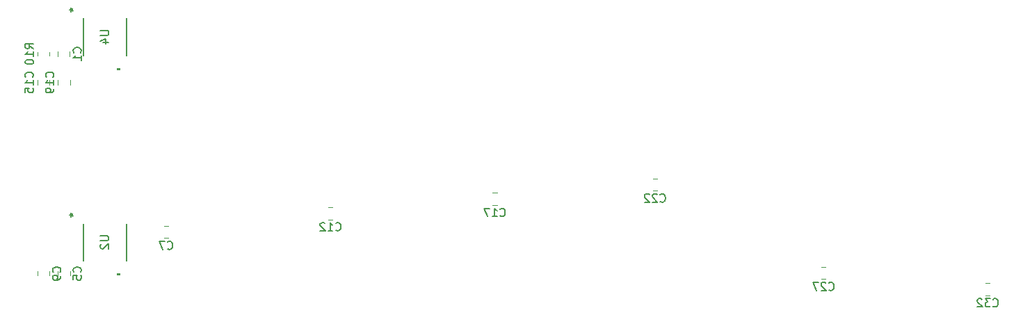
<source format=gbr>
%TF.GenerationSoftware,KiCad,Pcbnew,9.0.3*%
%TF.CreationDate,2025-07-29T17:14:18-05:00*%
%TF.ProjectId,rgb-switch,7267622d-7377-4697-9463-682e6b696361,rev?*%
%TF.SameCoordinates,Original*%
%TF.FileFunction,Legend,Bot*%
%TF.FilePolarity,Positive*%
%FSLAX46Y46*%
G04 Gerber Fmt 4.6, Leading zero omitted, Abs format (unit mm)*
G04 Created by KiCad (PCBNEW 9.0.3) date 2025-07-29 17:14:18*
%MOMM*%
%LPD*%
G01*
G04 APERTURE LIST*
%ADD10C,0.150000*%
%ADD11C,0.120000*%
%ADD12C,0.152400*%
%ADD13C,0.000000*%
G04 APERTURE END LIST*
D10*
X114539580Y-89420833D02*
X114587200Y-89373214D01*
X114587200Y-89373214D02*
X114634819Y-89230357D01*
X114634819Y-89230357D02*
X114634819Y-89135119D01*
X114634819Y-89135119D02*
X114587200Y-88992262D01*
X114587200Y-88992262D02*
X114491961Y-88897024D01*
X114491961Y-88897024D02*
X114396723Y-88849405D01*
X114396723Y-88849405D02*
X114206247Y-88801786D01*
X114206247Y-88801786D02*
X114063390Y-88801786D01*
X114063390Y-88801786D02*
X113872914Y-88849405D01*
X113872914Y-88849405D02*
X113777676Y-88897024D01*
X113777676Y-88897024D02*
X113682438Y-88992262D01*
X113682438Y-88992262D02*
X113634819Y-89135119D01*
X113634819Y-89135119D02*
X113634819Y-89230357D01*
X113634819Y-89230357D02*
X113682438Y-89373214D01*
X113682438Y-89373214D02*
X113730057Y-89420833D01*
X114634819Y-90373214D02*
X114634819Y-89801786D01*
X114634819Y-90087500D02*
X113634819Y-90087500D01*
X113634819Y-90087500D02*
X113777676Y-89992262D01*
X113777676Y-89992262D02*
X113872914Y-89897024D01*
X113872914Y-89897024D02*
X113920533Y-89801786D01*
X205642857Y-118289580D02*
X205690476Y-118337200D01*
X205690476Y-118337200D02*
X205833333Y-118384819D01*
X205833333Y-118384819D02*
X205928571Y-118384819D01*
X205928571Y-118384819D02*
X206071428Y-118337200D01*
X206071428Y-118337200D02*
X206166666Y-118241961D01*
X206166666Y-118241961D02*
X206214285Y-118146723D01*
X206214285Y-118146723D02*
X206261904Y-117956247D01*
X206261904Y-117956247D02*
X206261904Y-117813390D01*
X206261904Y-117813390D02*
X206214285Y-117622914D01*
X206214285Y-117622914D02*
X206166666Y-117527676D01*
X206166666Y-117527676D02*
X206071428Y-117432438D01*
X206071428Y-117432438D02*
X205928571Y-117384819D01*
X205928571Y-117384819D02*
X205833333Y-117384819D01*
X205833333Y-117384819D02*
X205690476Y-117432438D01*
X205690476Y-117432438D02*
X205642857Y-117480057D01*
X205261904Y-117480057D02*
X205214285Y-117432438D01*
X205214285Y-117432438D02*
X205119047Y-117384819D01*
X205119047Y-117384819D02*
X204880952Y-117384819D01*
X204880952Y-117384819D02*
X204785714Y-117432438D01*
X204785714Y-117432438D02*
X204738095Y-117480057D01*
X204738095Y-117480057D02*
X204690476Y-117575295D01*
X204690476Y-117575295D02*
X204690476Y-117670533D01*
X204690476Y-117670533D02*
X204738095Y-117813390D01*
X204738095Y-117813390D02*
X205309523Y-118384819D01*
X205309523Y-118384819D02*
X204690476Y-118384819D01*
X204357142Y-117384819D02*
X203690476Y-117384819D01*
X203690476Y-117384819D02*
X204119047Y-118384819D01*
X116954819Y-86738095D02*
X117764342Y-86738095D01*
X117764342Y-86738095D02*
X117859580Y-86785714D01*
X117859580Y-86785714D02*
X117907200Y-86833333D01*
X117907200Y-86833333D02*
X117954819Y-86928571D01*
X117954819Y-86928571D02*
X117954819Y-87119047D01*
X117954819Y-87119047D02*
X117907200Y-87214285D01*
X117907200Y-87214285D02*
X117859580Y-87261904D01*
X117859580Y-87261904D02*
X117764342Y-87309523D01*
X117764342Y-87309523D02*
X116954819Y-87309523D01*
X117288152Y-88214285D02*
X117954819Y-88214285D01*
X116907200Y-87976190D02*
X117621485Y-87738095D01*
X117621485Y-87738095D02*
X117621485Y-88357142D01*
X113221019Y-84198000D02*
X113459114Y-84198000D01*
X113363876Y-83959905D02*
X113459114Y-84198000D01*
X113459114Y-84198000D02*
X113363876Y-84436095D01*
X113649590Y-84055143D02*
X113459114Y-84198000D01*
X113459114Y-84198000D02*
X113649590Y-84340857D01*
X113221019Y-84198000D02*
X113459114Y-84198000D01*
X113363876Y-83959905D02*
X113459114Y-84198000D01*
X113459114Y-84198000D02*
X113363876Y-84436095D01*
X113649590Y-84055143D02*
X113459114Y-84198000D01*
X113459114Y-84198000D02*
X113649590Y-84340857D01*
X114549580Y-116150604D02*
X114597200Y-116102985D01*
X114597200Y-116102985D02*
X114644819Y-115960128D01*
X114644819Y-115960128D02*
X114644819Y-115864890D01*
X114644819Y-115864890D02*
X114597200Y-115722033D01*
X114597200Y-115722033D02*
X114501961Y-115626795D01*
X114501961Y-115626795D02*
X114406723Y-115579176D01*
X114406723Y-115579176D02*
X114216247Y-115531557D01*
X114216247Y-115531557D02*
X114073390Y-115531557D01*
X114073390Y-115531557D02*
X113882914Y-115579176D01*
X113882914Y-115579176D02*
X113787676Y-115626795D01*
X113787676Y-115626795D02*
X113692438Y-115722033D01*
X113692438Y-115722033D02*
X113644819Y-115864890D01*
X113644819Y-115864890D02*
X113644819Y-115960128D01*
X113644819Y-115960128D02*
X113692438Y-116102985D01*
X113692438Y-116102985D02*
X113740057Y-116150604D01*
X113644819Y-117055366D02*
X113644819Y-116579176D01*
X113644819Y-116579176D02*
X114121009Y-116531557D01*
X114121009Y-116531557D02*
X114073390Y-116579176D01*
X114073390Y-116579176D02*
X114025771Y-116674414D01*
X114025771Y-116674414D02*
X114025771Y-116912509D01*
X114025771Y-116912509D02*
X114073390Y-117007747D01*
X114073390Y-117007747D02*
X114121009Y-117055366D01*
X114121009Y-117055366D02*
X114216247Y-117102985D01*
X114216247Y-117102985D02*
X114454342Y-117102985D01*
X114454342Y-117102985D02*
X114549580Y-117055366D01*
X114549580Y-117055366D02*
X114597200Y-117007747D01*
X114597200Y-117007747D02*
X114644819Y-116912509D01*
X114644819Y-116912509D02*
X114644819Y-116674414D01*
X114644819Y-116674414D02*
X114597200Y-116579176D01*
X114597200Y-116579176D02*
X114549580Y-116531557D01*
X108679580Y-92407142D02*
X108727200Y-92359523D01*
X108727200Y-92359523D02*
X108774819Y-92216666D01*
X108774819Y-92216666D02*
X108774819Y-92121428D01*
X108774819Y-92121428D02*
X108727200Y-91978571D01*
X108727200Y-91978571D02*
X108631961Y-91883333D01*
X108631961Y-91883333D02*
X108536723Y-91835714D01*
X108536723Y-91835714D02*
X108346247Y-91788095D01*
X108346247Y-91788095D02*
X108203390Y-91788095D01*
X108203390Y-91788095D02*
X108012914Y-91835714D01*
X108012914Y-91835714D02*
X107917676Y-91883333D01*
X107917676Y-91883333D02*
X107822438Y-91978571D01*
X107822438Y-91978571D02*
X107774819Y-92121428D01*
X107774819Y-92121428D02*
X107774819Y-92216666D01*
X107774819Y-92216666D02*
X107822438Y-92359523D01*
X107822438Y-92359523D02*
X107870057Y-92407142D01*
X108774819Y-93359523D02*
X108774819Y-92788095D01*
X108774819Y-93073809D02*
X107774819Y-93073809D01*
X107774819Y-93073809D02*
X107917676Y-92978571D01*
X107917676Y-92978571D02*
X108012914Y-92883333D01*
X108012914Y-92883333D02*
X108060533Y-92788095D01*
X107774819Y-94264285D02*
X107774819Y-93788095D01*
X107774819Y-93788095D02*
X108251009Y-93740476D01*
X108251009Y-93740476D02*
X108203390Y-93788095D01*
X108203390Y-93788095D02*
X108155771Y-93883333D01*
X108155771Y-93883333D02*
X108155771Y-94121428D01*
X108155771Y-94121428D02*
X108203390Y-94216666D01*
X108203390Y-94216666D02*
X108251009Y-94264285D01*
X108251009Y-94264285D02*
X108346247Y-94311904D01*
X108346247Y-94311904D02*
X108584342Y-94311904D01*
X108584342Y-94311904D02*
X108679580Y-94264285D01*
X108679580Y-94264285D02*
X108727200Y-94216666D01*
X108727200Y-94216666D02*
X108774819Y-94121428D01*
X108774819Y-94121428D02*
X108774819Y-93883333D01*
X108774819Y-93883333D02*
X108727200Y-93788095D01*
X108727200Y-93788095D02*
X108679580Y-93740476D01*
X225617857Y-120289580D02*
X225665476Y-120337200D01*
X225665476Y-120337200D02*
X225808333Y-120384819D01*
X225808333Y-120384819D02*
X225903571Y-120384819D01*
X225903571Y-120384819D02*
X226046428Y-120337200D01*
X226046428Y-120337200D02*
X226141666Y-120241961D01*
X226141666Y-120241961D02*
X226189285Y-120146723D01*
X226189285Y-120146723D02*
X226236904Y-119956247D01*
X226236904Y-119956247D02*
X226236904Y-119813390D01*
X226236904Y-119813390D02*
X226189285Y-119622914D01*
X226189285Y-119622914D02*
X226141666Y-119527676D01*
X226141666Y-119527676D02*
X226046428Y-119432438D01*
X226046428Y-119432438D02*
X225903571Y-119384819D01*
X225903571Y-119384819D02*
X225808333Y-119384819D01*
X225808333Y-119384819D02*
X225665476Y-119432438D01*
X225665476Y-119432438D02*
X225617857Y-119480057D01*
X225284523Y-119384819D02*
X224665476Y-119384819D01*
X224665476Y-119384819D02*
X224998809Y-119765771D01*
X224998809Y-119765771D02*
X224855952Y-119765771D01*
X224855952Y-119765771D02*
X224760714Y-119813390D01*
X224760714Y-119813390D02*
X224713095Y-119861009D01*
X224713095Y-119861009D02*
X224665476Y-119956247D01*
X224665476Y-119956247D02*
X224665476Y-120194342D01*
X224665476Y-120194342D02*
X224713095Y-120289580D01*
X224713095Y-120289580D02*
X224760714Y-120337200D01*
X224760714Y-120337200D02*
X224855952Y-120384819D01*
X224855952Y-120384819D02*
X225141666Y-120384819D01*
X225141666Y-120384819D02*
X225236904Y-120337200D01*
X225236904Y-120337200D02*
X225284523Y-120289580D01*
X224284523Y-119480057D02*
X224236904Y-119432438D01*
X224236904Y-119432438D02*
X224141666Y-119384819D01*
X224141666Y-119384819D02*
X223903571Y-119384819D01*
X223903571Y-119384819D02*
X223808333Y-119432438D01*
X223808333Y-119432438D02*
X223760714Y-119480057D01*
X223760714Y-119480057D02*
X223713095Y-119575295D01*
X223713095Y-119575295D02*
X223713095Y-119670533D01*
X223713095Y-119670533D02*
X223760714Y-119813390D01*
X223760714Y-119813390D02*
X224332142Y-120384819D01*
X224332142Y-120384819D02*
X223713095Y-120384819D01*
X145617857Y-111039580D02*
X145665476Y-111087200D01*
X145665476Y-111087200D02*
X145808333Y-111134819D01*
X145808333Y-111134819D02*
X145903571Y-111134819D01*
X145903571Y-111134819D02*
X146046428Y-111087200D01*
X146046428Y-111087200D02*
X146141666Y-110991961D01*
X146141666Y-110991961D02*
X146189285Y-110896723D01*
X146189285Y-110896723D02*
X146236904Y-110706247D01*
X146236904Y-110706247D02*
X146236904Y-110563390D01*
X146236904Y-110563390D02*
X146189285Y-110372914D01*
X146189285Y-110372914D02*
X146141666Y-110277676D01*
X146141666Y-110277676D02*
X146046428Y-110182438D01*
X146046428Y-110182438D02*
X145903571Y-110134819D01*
X145903571Y-110134819D02*
X145808333Y-110134819D01*
X145808333Y-110134819D02*
X145665476Y-110182438D01*
X145665476Y-110182438D02*
X145617857Y-110230057D01*
X144665476Y-111134819D02*
X145236904Y-111134819D01*
X144951190Y-111134819D02*
X144951190Y-110134819D01*
X144951190Y-110134819D02*
X145046428Y-110277676D01*
X145046428Y-110277676D02*
X145141666Y-110372914D01*
X145141666Y-110372914D02*
X145236904Y-110420533D01*
X144284523Y-110230057D02*
X144236904Y-110182438D01*
X144236904Y-110182438D02*
X144141666Y-110134819D01*
X144141666Y-110134819D02*
X143903571Y-110134819D01*
X143903571Y-110134819D02*
X143808333Y-110182438D01*
X143808333Y-110182438D02*
X143760714Y-110230057D01*
X143760714Y-110230057D02*
X143713095Y-110325295D01*
X143713095Y-110325295D02*
X143713095Y-110420533D01*
X143713095Y-110420533D02*
X143760714Y-110563390D01*
X143760714Y-110563390D02*
X144332142Y-111134819D01*
X144332142Y-111134819D02*
X143713095Y-111134819D01*
X185117857Y-107539580D02*
X185165476Y-107587200D01*
X185165476Y-107587200D02*
X185308333Y-107634819D01*
X185308333Y-107634819D02*
X185403571Y-107634819D01*
X185403571Y-107634819D02*
X185546428Y-107587200D01*
X185546428Y-107587200D02*
X185641666Y-107491961D01*
X185641666Y-107491961D02*
X185689285Y-107396723D01*
X185689285Y-107396723D02*
X185736904Y-107206247D01*
X185736904Y-107206247D02*
X185736904Y-107063390D01*
X185736904Y-107063390D02*
X185689285Y-106872914D01*
X185689285Y-106872914D02*
X185641666Y-106777676D01*
X185641666Y-106777676D02*
X185546428Y-106682438D01*
X185546428Y-106682438D02*
X185403571Y-106634819D01*
X185403571Y-106634819D02*
X185308333Y-106634819D01*
X185308333Y-106634819D02*
X185165476Y-106682438D01*
X185165476Y-106682438D02*
X185117857Y-106730057D01*
X184736904Y-106730057D02*
X184689285Y-106682438D01*
X184689285Y-106682438D02*
X184594047Y-106634819D01*
X184594047Y-106634819D02*
X184355952Y-106634819D01*
X184355952Y-106634819D02*
X184260714Y-106682438D01*
X184260714Y-106682438D02*
X184213095Y-106730057D01*
X184213095Y-106730057D02*
X184165476Y-106825295D01*
X184165476Y-106825295D02*
X184165476Y-106920533D01*
X184165476Y-106920533D02*
X184213095Y-107063390D01*
X184213095Y-107063390D02*
X184784523Y-107634819D01*
X184784523Y-107634819D02*
X184165476Y-107634819D01*
X183784523Y-106730057D02*
X183736904Y-106682438D01*
X183736904Y-106682438D02*
X183641666Y-106634819D01*
X183641666Y-106634819D02*
X183403571Y-106634819D01*
X183403571Y-106634819D02*
X183308333Y-106682438D01*
X183308333Y-106682438D02*
X183260714Y-106730057D01*
X183260714Y-106730057D02*
X183213095Y-106825295D01*
X183213095Y-106825295D02*
X183213095Y-106920533D01*
X183213095Y-106920533D02*
X183260714Y-107063390D01*
X183260714Y-107063390D02*
X183832142Y-107634819D01*
X183832142Y-107634819D02*
X183213095Y-107634819D01*
X108804819Y-88944642D02*
X108328628Y-88611309D01*
X108804819Y-88373214D02*
X107804819Y-88373214D01*
X107804819Y-88373214D02*
X107804819Y-88754166D01*
X107804819Y-88754166D02*
X107852438Y-88849404D01*
X107852438Y-88849404D02*
X107900057Y-88897023D01*
X107900057Y-88897023D02*
X107995295Y-88944642D01*
X107995295Y-88944642D02*
X108138152Y-88944642D01*
X108138152Y-88944642D02*
X108233390Y-88897023D01*
X108233390Y-88897023D02*
X108281009Y-88849404D01*
X108281009Y-88849404D02*
X108328628Y-88754166D01*
X108328628Y-88754166D02*
X108328628Y-88373214D01*
X108804819Y-89897023D02*
X108804819Y-89325595D01*
X108804819Y-89611309D02*
X107804819Y-89611309D01*
X107804819Y-89611309D02*
X107947676Y-89516071D01*
X107947676Y-89516071D02*
X108042914Y-89420833D01*
X108042914Y-89420833D02*
X108090533Y-89325595D01*
X107804819Y-90516071D02*
X107804819Y-90611309D01*
X107804819Y-90611309D02*
X107852438Y-90706547D01*
X107852438Y-90706547D02*
X107900057Y-90754166D01*
X107900057Y-90754166D02*
X107995295Y-90801785D01*
X107995295Y-90801785D02*
X108185771Y-90849404D01*
X108185771Y-90849404D02*
X108423866Y-90849404D01*
X108423866Y-90849404D02*
X108614342Y-90801785D01*
X108614342Y-90801785D02*
X108709580Y-90754166D01*
X108709580Y-90754166D02*
X108757200Y-90706547D01*
X108757200Y-90706547D02*
X108804819Y-90611309D01*
X108804819Y-90611309D02*
X108804819Y-90516071D01*
X108804819Y-90516071D02*
X108757200Y-90420833D01*
X108757200Y-90420833D02*
X108709580Y-90373214D01*
X108709580Y-90373214D02*
X108614342Y-90325595D01*
X108614342Y-90325595D02*
X108423866Y-90277976D01*
X108423866Y-90277976D02*
X108185771Y-90277976D01*
X108185771Y-90277976D02*
X107995295Y-90325595D01*
X107995295Y-90325595D02*
X107900057Y-90373214D01*
X107900057Y-90373214D02*
X107852438Y-90420833D01*
X107852438Y-90420833D02*
X107804819Y-90516071D01*
X125141666Y-113289580D02*
X125189285Y-113337200D01*
X125189285Y-113337200D02*
X125332142Y-113384819D01*
X125332142Y-113384819D02*
X125427380Y-113384819D01*
X125427380Y-113384819D02*
X125570237Y-113337200D01*
X125570237Y-113337200D02*
X125665475Y-113241961D01*
X125665475Y-113241961D02*
X125713094Y-113146723D01*
X125713094Y-113146723D02*
X125760713Y-112956247D01*
X125760713Y-112956247D02*
X125760713Y-112813390D01*
X125760713Y-112813390D02*
X125713094Y-112622914D01*
X125713094Y-112622914D02*
X125665475Y-112527676D01*
X125665475Y-112527676D02*
X125570237Y-112432438D01*
X125570237Y-112432438D02*
X125427380Y-112384819D01*
X125427380Y-112384819D02*
X125332142Y-112384819D01*
X125332142Y-112384819D02*
X125189285Y-112432438D01*
X125189285Y-112432438D02*
X125141666Y-112480057D01*
X124808332Y-112384819D02*
X124141666Y-112384819D01*
X124141666Y-112384819D02*
X124570237Y-113384819D01*
X116954819Y-111738095D02*
X117764342Y-111738095D01*
X117764342Y-111738095D02*
X117859580Y-111785714D01*
X117859580Y-111785714D02*
X117907200Y-111833333D01*
X117907200Y-111833333D02*
X117954819Y-111928571D01*
X117954819Y-111928571D02*
X117954819Y-112119047D01*
X117954819Y-112119047D02*
X117907200Y-112214285D01*
X117907200Y-112214285D02*
X117859580Y-112261904D01*
X117859580Y-112261904D02*
X117764342Y-112309523D01*
X117764342Y-112309523D02*
X116954819Y-112309523D01*
X117050057Y-112738095D02*
X117002438Y-112785714D01*
X117002438Y-112785714D02*
X116954819Y-112880952D01*
X116954819Y-112880952D02*
X116954819Y-113119047D01*
X116954819Y-113119047D02*
X117002438Y-113214285D01*
X117002438Y-113214285D02*
X117050057Y-113261904D01*
X117050057Y-113261904D02*
X117145295Y-113309523D01*
X117145295Y-113309523D02*
X117240533Y-113309523D01*
X117240533Y-113309523D02*
X117383390Y-113261904D01*
X117383390Y-113261904D02*
X117954819Y-112690476D01*
X117954819Y-112690476D02*
X117954819Y-113309523D01*
X113221019Y-109198000D02*
X113459114Y-109198000D01*
X113363876Y-108959905D02*
X113459114Y-109198000D01*
X113459114Y-109198000D02*
X113363876Y-109436095D01*
X113649590Y-109055143D02*
X113459114Y-109198000D01*
X113459114Y-109198000D02*
X113649590Y-109340857D01*
X113221019Y-109198000D02*
X113459114Y-109198000D01*
X113363876Y-108959905D02*
X113459114Y-109198000D01*
X113459114Y-109198000D02*
X113363876Y-109436095D01*
X113649590Y-109055143D02*
X113459114Y-109198000D01*
X113459114Y-109198000D02*
X113649590Y-109340857D01*
X165617857Y-109289580D02*
X165665476Y-109337200D01*
X165665476Y-109337200D02*
X165808333Y-109384819D01*
X165808333Y-109384819D02*
X165903571Y-109384819D01*
X165903571Y-109384819D02*
X166046428Y-109337200D01*
X166046428Y-109337200D02*
X166141666Y-109241961D01*
X166141666Y-109241961D02*
X166189285Y-109146723D01*
X166189285Y-109146723D02*
X166236904Y-108956247D01*
X166236904Y-108956247D02*
X166236904Y-108813390D01*
X166236904Y-108813390D02*
X166189285Y-108622914D01*
X166189285Y-108622914D02*
X166141666Y-108527676D01*
X166141666Y-108527676D02*
X166046428Y-108432438D01*
X166046428Y-108432438D02*
X165903571Y-108384819D01*
X165903571Y-108384819D02*
X165808333Y-108384819D01*
X165808333Y-108384819D02*
X165665476Y-108432438D01*
X165665476Y-108432438D02*
X165617857Y-108480057D01*
X164665476Y-109384819D02*
X165236904Y-109384819D01*
X164951190Y-109384819D02*
X164951190Y-108384819D01*
X164951190Y-108384819D02*
X165046428Y-108527676D01*
X165046428Y-108527676D02*
X165141666Y-108622914D01*
X165141666Y-108622914D02*
X165236904Y-108670533D01*
X164332142Y-108384819D02*
X163665476Y-108384819D01*
X163665476Y-108384819D02*
X164094047Y-109384819D01*
X112039580Y-116150604D02*
X112087200Y-116102985D01*
X112087200Y-116102985D02*
X112134819Y-115960128D01*
X112134819Y-115960128D02*
X112134819Y-115864890D01*
X112134819Y-115864890D02*
X112087200Y-115722033D01*
X112087200Y-115722033D02*
X111991961Y-115626795D01*
X111991961Y-115626795D02*
X111896723Y-115579176D01*
X111896723Y-115579176D02*
X111706247Y-115531557D01*
X111706247Y-115531557D02*
X111563390Y-115531557D01*
X111563390Y-115531557D02*
X111372914Y-115579176D01*
X111372914Y-115579176D02*
X111277676Y-115626795D01*
X111277676Y-115626795D02*
X111182438Y-115722033D01*
X111182438Y-115722033D02*
X111134819Y-115864890D01*
X111134819Y-115864890D02*
X111134819Y-115960128D01*
X111134819Y-115960128D02*
X111182438Y-116102985D01*
X111182438Y-116102985D02*
X111230057Y-116150604D01*
X112134819Y-116626795D02*
X112134819Y-116817271D01*
X112134819Y-116817271D02*
X112087200Y-116912509D01*
X112087200Y-116912509D02*
X112039580Y-116960128D01*
X112039580Y-116960128D02*
X111896723Y-117055366D01*
X111896723Y-117055366D02*
X111706247Y-117102985D01*
X111706247Y-117102985D02*
X111325295Y-117102985D01*
X111325295Y-117102985D02*
X111230057Y-117055366D01*
X111230057Y-117055366D02*
X111182438Y-117007747D01*
X111182438Y-117007747D02*
X111134819Y-116912509D01*
X111134819Y-116912509D02*
X111134819Y-116722033D01*
X111134819Y-116722033D02*
X111182438Y-116626795D01*
X111182438Y-116626795D02*
X111230057Y-116579176D01*
X111230057Y-116579176D02*
X111325295Y-116531557D01*
X111325295Y-116531557D02*
X111563390Y-116531557D01*
X111563390Y-116531557D02*
X111658628Y-116579176D01*
X111658628Y-116579176D02*
X111706247Y-116626795D01*
X111706247Y-116626795D02*
X111753866Y-116722033D01*
X111753866Y-116722033D02*
X111753866Y-116912509D01*
X111753866Y-116912509D02*
X111706247Y-117007747D01*
X111706247Y-117007747D02*
X111658628Y-117055366D01*
X111658628Y-117055366D02*
X111563390Y-117102985D01*
X111189580Y-92407142D02*
X111237200Y-92359523D01*
X111237200Y-92359523D02*
X111284819Y-92216666D01*
X111284819Y-92216666D02*
X111284819Y-92121428D01*
X111284819Y-92121428D02*
X111237200Y-91978571D01*
X111237200Y-91978571D02*
X111141961Y-91883333D01*
X111141961Y-91883333D02*
X111046723Y-91835714D01*
X111046723Y-91835714D02*
X110856247Y-91788095D01*
X110856247Y-91788095D02*
X110713390Y-91788095D01*
X110713390Y-91788095D02*
X110522914Y-91835714D01*
X110522914Y-91835714D02*
X110427676Y-91883333D01*
X110427676Y-91883333D02*
X110332438Y-91978571D01*
X110332438Y-91978571D02*
X110284819Y-92121428D01*
X110284819Y-92121428D02*
X110284819Y-92216666D01*
X110284819Y-92216666D02*
X110332438Y-92359523D01*
X110332438Y-92359523D02*
X110380057Y-92407142D01*
X111284819Y-93359523D02*
X111284819Y-92788095D01*
X111284819Y-93073809D02*
X110284819Y-93073809D01*
X110284819Y-93073809D02*
X110427676Y-92978571D01*
X110427676Y-92978571D02*
X110522914Y-92883333D01*
X110522914Y-92883333D02*
X110570533Y-92788095D01*
X111284819Y-93835714D02*
X111284819Y-94026190D01*
X111284819Y-94026190D02*
X111237200Y-94121428D01*
X111237200Y-94121428D02*
X111189580Y-94169047D01*
X111189580Y-94169047D02*
X111046723Y-94264285D01*
X111046723Y-94264285D02*
X110856247Y-94311904D01*
X110856247Y-94311904D02*
X110475295Y-94311904D01*
X110475295Y-94311904D02*
X110380057Y-94264285D01*
X110380057Y-94264285D02*
X110332438Y-94216666D01*
X110332438Y-94216666D02*
X110284819Y-94121428D01*
X110284819Y-94121428D02*
X110284819Y-93930952D01*
X110284819Y-93930952D02*
X110332438Y-93835714D01*
X110332438Y-93835714D02*
X110380057Y-93788095D01*
X110380057Y-93788095D02*
X110475295Y-93740476D01*
X110475295Y-93740476D02*
X110713390Y-93740476D01*
X110713390Y-93740476D02*
X110808628Y-93788095D01*
X110808628Y-93788095D02*
X110856247Y-93835714D01*
X110856247Y-93835714D02*
X110903866Y-93930952D01*
X110903866Y-93930952D02*
X110903866Y-94121428D01*
X110903866Y-94121428D02*
X110856247Y-94216666D01*
X110856247Y-94216666D02*
X110808628Y-94264285D01*
X110808628Y-94264285D02*
X110713390Y-94311904D01*
D11*
%TO.C,C1*%
X111765000Y-89848752D02*
X111765000Y-89326248D01*
X113235000Y-89848752D02*
X113235000Y-89326248D01*
%TO.C,C27*%
X204738748Y-115515000D02*
X205261252Y-115515000D01*
X204738748Y-116985000D02*
X205261252Y-116985000D01*
D12*
%TO.C,U4*%
X114871100Y-89758747D02*
X114871100Y-85241253D01*
X120128900Y-85241253D02*
X120128900Y-89758747D01*
D13*
G36*
X119341500Y-91564000D02*
G01*
X118960500Y-91564000D01*
X118960500Y-91310000D01*
X119341500Y-91310000D01*
X119341500Y-91564000D01*
G37*
D11*
%TO.C,C5*%
X111775000Y-116578523D02*
X111775000Y-116056019D01*
X113245000Y-116578523D02*
X113245000Y-116056019D01*
%TO.C,C15*%
X109265000Y-92788748D02*
X109265000Y-93311252D01*
X110735000Y-92788748D02*
X110735000Y-93311252D01*
%TO.C,C32*%
X224713748Y-117515000D02*
X225236252Y-117515000D01*
X224713748Y-118985000D02*
X225236252Y-118985000D01*
%TO.C,C12*%
X144713748Y-108265000D02*
X145236252Y-108265000D01*
X144713748Y-109735000D02*
X145236252Y-109735000D01*
%TO.C,C22*%
X184213748Y-104765000D02*
X184736252Y-104765000D01*
X184213748Y-106235000D02*
X184736252Y-106235000D01*
%TO.C,R10*%
X109265000Y-89360436D02*
X109265000Y-89814564D01*
X110735000Y-89360436D02*
X110735000Y-89814564D01*
%TO.C,C7*%
X124713748Y-110515000D02*
X125236252Y-110515000D01*
X124713748Y-111985000D02*
X125236252Y-111985000D01*
D12*
%TO.C,U2*%
X114871100Y-114758747D02*
X114871100Y-110241253D01*
X120128900Y-110241253D02*
X120128900Y-114758747D01*
D13*
G36*
X119341500Y-116564000D02*
G01*
X118960500Y-116564000D01*
X118960500Y-116310000D01*
X119341500Y-116310000D01*
X119341500Y-116564000D01*
G37*
D11*
%TO.C,C17*%
X164713748Y-106515000D02*
X165236252Y-106515000D01*
X164713748Y-107985000D02*
X165236252Y-107985000D01*
%TO.C,C9*%
X109265000Y-116578523D02*
X109265000Y-116056019D01*
X110735000Y-116578523D02*
X110735000Y-116056019D01*
%TO.C,C19*%
X111775000Y-92788748D02*
X111775000Y-93311252D01*
X113245000Y-92788748D02*
X113245000Y-93311252D01*
%TD*%
M02*

</source>
